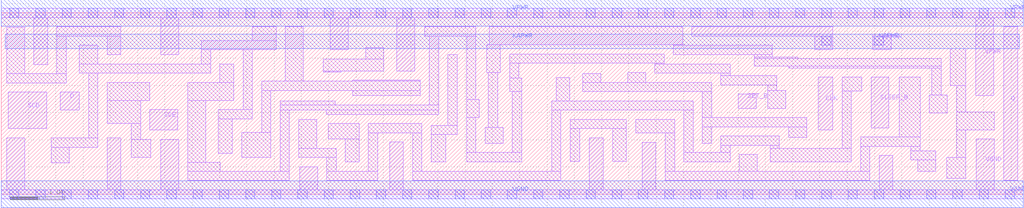
<source format=lef>
# Copyright 2020 The SkyWater PDK Authors
#
# Licensed under the Apache License, Version 2.0 (the "License");
# you may not use this file except in compliance with the License.
# You may obtain a copy of the License at
#
#     https://www.apache.org/licenses/LICENSE-2.0
#
# Unless required by applicable law or agreed to in writing, software
# distributed under the License is distributed on an "AS IS" BASIS,
# WITHOUT WARRANTIES OR CONDITIONS OF ANY KIND, either express or implied.
# See the License for the specific language governing permissions and
# limitations under the License.
#
# SPDX-License-Identifier: Apache-2.0

VERSION 5.7 ;
  NAMESCASESENSITIVE ON ;
  NOWIREEXTENSIONATPIN ON ;
  DIVIDERCHAR "/" ;
  BUSBITCHARS "[]" ;
UNITS
  DATABASE MICRONS 200 ;
END UNITS
MACRO sky130_fd_sc_lp__srsdfstp_1
  CLASS CORE ;
  SOURCE USER ;
  FOREIGN sky130_fd_sc_lp__srsdfstp_1 ;
  ORIGIN  0.000000  0.000000 ;
  SIZE  18.72000 BY  3.330000 ;
  SYMMETRY X Y R90 ;
  SITE unit ;
  PIN D
    ANTENNAGATEAREA  0.159000 ;
    DIRECTION INPUT ;
    USE SIGNAL ;
    PORT
      LAYER li1 ;
        RECT 1.085000 1.545000 1.430000 1.875000 ;
    END
  END D
  PIN Q
    ANTENNADIFFAREA  0.573300 ;
    DIRECTION OUTPUT ;
    USE SIGNAL ;
    PORT
      LAYER li1 ;
        RECT 18.365000 0.255000 18.620000 3.075000 ;
    END
  END Q
  PIN SCD
    ANTENNAGATEAREA  0.159000 ;
    DIRECTION INPUT ;
    USE SIGNAL ;
    PORT
      LAYER li1 ;
        RECT 0.125000 1.205000 0.835000 1.875000 ;
    END
  END SCD
  PIN SCE
    ANTENNAGATEAREA  0.318000 ;
    DIRECTION INPUT ;
    USE SIGNAL ;
    PORT
      LAYER li1 ;
        RECT 2.725000 1.180000 3.235000 1.555000 ;
    END
  END SCE
  PIN SET_B
    ANTENNAGATEAREA  0.439000 ;
    DIRECTION INPUT ;
    USE SIGNAL ;
    PORT
      LAYER li1 ;
        RECT 13.500000 1.580000 13.830000 1.840000 ;
    END
  END SET_B
  PIN SLEEP_B
    ANTENNAGATEAREA  0.598000 ;
    DIRECTION INPUT ;
    USE SIGNAL ;
    PORT
      LAYER li1 ;
        RECT 15.935000 1.220000 16.260000 2.150000 ;
    END
  END SLEEP_B
  PIN CLK
    ANTENNAGATEAREA  0.159000 ;
    DIRECTION INPUT ;
    USE CLOCK ;
    PORT
      LAYER li1 ;
        RECT 14.965000 1.180000 15.235000 2.150000 ;
    END
  END CLK
  PIN KAPWR
    DIRECTION INOUT ;
    USE POWER ;
    PORT
      LAYER li1 ;
        RECT 12.655000 2.905000 15.235000 3.075000 ;
        RECT 14.905000 2.660000 15.235000 2.905000 ;
        RECT 15.965000 2.660000 16.305000 2.940000 ;
      LAYER mcon ;
        RECT 15.035000 2.735000 15.205000 2.905000 ;
        RECT 15.995000 2.735000 16.165000 2.905000 ;
      LAYER met1 ;
        RECT 0.070000 2.675000 18.650000 2.945000 ;
    END
  END KAPWR
  PIN VGND
    DIRECTION INOUT ;
    USE GROUND ;
    PORT
      LAYER li1 ;
        RECT  0.000000 -0.085000 18.720000 0.085000 ;
        RECT  0.100000  0.085000  0.430000 1.035000 ;
        RECT  1.940000  0.085000  2.190000 1.035000 ;
        RECT  2.920000  0.085000  3.250000 1.010000 ;
        RECT  5.465000  0.085000  5.795000 0.505000 ;
        RECT  7.115000  0.085000  7.365000 0.960000 ;
        RECT 10.775000  0.085000 11.025000 1.035000 ;
        RECT 11.745000  0.085000 11.995000 0.955000 ;
        RECT 16.085000  0.085000 16.335000 0.710000 ;
        RECT 17.860000  0.085000 18.190000 1.015000 ;
      LAYER mcon ;
        RECT  0.155000 -0.085000  0.325000 0.085000 ;
        RECT  0.635000 -0.085000  0.805000 0.085000 ;
        RECT  1.115000 -0.085000  1.285000 0.085000 ;
        RECT  1.595000 -0.085000  1.765000 0.085000 ;
        RECT  2.075000 -0.085000  2.245000 0.085000 ;
        RECT  2.555000 -0.085000  2.725000 0.085000 ;
        RECT  3.035000 -0.085000  3.205000 0.085000 ;
        RECT  3.515000 -0.085000  3.685000 0.085000 ;
        RECT  3.995000 -0.085000  4.165000 0.085000 ;
        RECT  4.475000 -0.085000  4.645000 0.085000 ;
        RECT  4.955000 -0.085000  5.125000 0.085000 ;
        RECT  5.435000 -0.085000  5.605000 0.085000 ;
        RECT  5.915000 -0.085000  6.085000 0.085000 ;
        RECT  6.395000 -0.085000  6.565000 0.085000 ;
        RECT  6.875000 -0.085000  7.045000 0.085000 ;
        RECT  7.355000 -0.085000  7.525000 0.085000 ;
        RECT  7.835000 -0.085000  8.005000 0.085000 ;
        RECT  8.315000 -0.085000  8.485000 0.085000 ;
        RECT  8.795000 -0.085000  8.965000 0.085000 ;
        RECT  9.275000 -0.085000  9.445000 0.085000 ;
        RECT  9.755000 -0.085000  9.925000 0.085000 ;
        RECT 10.235000 -0.085000 10.405000 0.085000 ;
        RECT 10.715000 -0.085000 10.885000 0.085000 ;
        RECT 11.195000 -0.085000 11.365000 0.085000 ;
        RECT 11.675000 -0.085000 11.845000 0.085000 ;
        RECT 12.155000 -0.085000 12.325000 0.085000 ;
        RECT 12.635000 -0.085000 12.805000 0.085000 ;
        RECT 13.115000 -0.085000 13.285000 0.085000 ;
        RECT 13.595000 -0.085000 13.765000 0.085000 ;
        RECT 14.075000 -0.085000 14.245000 0.085000 ;
        RECT 14.555000 -0.085000 14.725000 0.085000 ;
        RECT 15.035000 -0.085000 15.205000 0.085000 ;
        RECT 15.515000 -0.085000 15.685000 0.085000 ;
        RECT 15.995000 -0.085000 16.165000 0.085000 ;
        RECT 16.475000 -0.085000 16.645000 0.085000 ;
        RECT 16.955000 -0.085000 17.125000 0.085000 ;
        RECT 17.435000 -0.085000 17.605000 0.085000 ;
        RECT 17.915000 -0.085000 18.085000 0.085000 ;
        RECT 18.395000 -0.085000 18.565000 0.085000 ;
      LAYER met1 ;
        RECT 0.000000 -0.245000 18.720000 0.245000 ;
    END
  END VGND
  PIN VPWR
    DIRECTION INOUT ;
    USE POWER ;
    PORT
      LAYER li1 ;
        RECT  0.000000 3.245000 18.720000 3.415000 ;
        RECT  0.600000 2.385000  0.850000 3.245000 ;
        RECT  2.920000 2.565000  3.250000 3.245000 ;
        RECT  6.025000 2.655000  6.355000 3.245000 ;
        RECT  7.250000 2.265000  7.580000 3.245000 ;
        RECT 17.855000 1.815000 18.185000 3.245000 ;
      LAYER mcon ;
        RECT  0.155000 3.245000  0.325000 3.415000 ;
        RECT  0.635000 3.245000  0.805000 3.415000 ;
        RECT  1.115000 3.245000  1.285000 3.415000 ;
        RECT  1.595000 3.245000  1.765000 3.415000 ;
        RECT  2.075000 3.245000  2.245000 3.415000 ;
        RECT  2.555000 3.245000  2.725000 3.415000 ;
        RECT  3.035000 3.245000  3.205000 3.415000 ;
        RECT  3.515000 3.245000  3.685000 3.415000 ;
        RECT  3.995000 3.245000  4.165000 3.415000 ;
        RECT  4.475000 3.245000  4.645000 3.415000 ;
        RECT  4.955000 3.245000  5.125000 3.415000 ;
        RECT  5.435000 3.245000  5.605000 3.415000 ;
        RECT  5.915000 3.245000  6.085000 3.415000 ;
        RECT  6.395000 3.245000  6.565000 3.415000 ;
        RECT  6.875000 3.245000  7.045000 3.415000 ;
        RECT  7.355000 3.245000  7.525000 3.415000 ;
        RECT  7.835000 3.245000  8.005000 3.415000 ;
        RECT  8.315000 3.245000  8.485000 3.415000 ;
        RECT  8.795000 3.245000  8.965000 3.415000 ;
        RECT  9.275000 3.245000  9.445000 3.415000 ;
        RECT  9.755000 3.245000  9.925000 3.415000 ;
        RECT 10.235000 3.245000 10.405000 3.415000 ;
        RECT 10.715000 3.245000 10.885000 3.415000 ;
        RECT 11.195000 3.245000 11.365000 3.415000 ;
        RECT 11.675000 3.245000 11.845000 3.415000 ;
        RECT 12.155000 3.245000 12.325000 3.415000 ;
        RECT 12.635000 3.245000 12.805000 3.415000 ;
        RECT 13.115000 3.245000 13.285000 3.415000 ;
        RECT 13.595000 3.245000 13.765000 3.415000 ;
        RECT 14.075000 3.245000 14.245000 3.415000 ;
        RECT 14.555000 3.245000 14.725000 3.415000 ;
        RECT 15.035000 3.245000 15.205000 3.415000 ;
        RECT 15.515000 3.245000 15.685000 3.415000 ;
        RECT 15.995000 3.245000 16.165000 3.415000 ;
        RECT 16.475000 3.245000 16.645000 3.415000 ;
        RECT 16.955000 3.245000 17.125000 3.415000 ;
        RECT 17.435000 3.245000 17.605000 3.415000 ;
        RECT 17.915000 3.245000 18.085000 3.415000 ;
        RECT 18.395000 3.245000 18.565000 3.415000 ;
      LAYER met1 ;
        RECT 0.000000 3.085000 18.720000 3.575000 ;
    END
  END VPWR
  OBS
    LAYER li1 ;
      RECT  0.100000 2.045000  1.190000 2.215000 ;
      RECT  0.100000 2.215000  0.430000 3.065000 ;
      RECT  0.920000 0.575000  1.250000 0.865000 ;
      RECT  0.920000 0.865000  1.770000 1.035000 ;
      RECT  1.020000 2.215000  1.190000 2.905000 ;
      RECT  1.020000 2.905000  2.190000 3.075000 ;
      RECT  1.430000 2.225000  3.835000 2.395000 ;
      RECT  1.430000 2.395000  1.770000 2.735000 ;
      RECT  1.600000 1.035000  1.770000 2.225000 ;
      RECT  1.940000 1.305000  2.555000 1.725000 ;
      RECT  1.940000 1.725000  2.720000 2.055000 ;
      RECT  1.940000 2.565000  2.190000 2.905000 ;
      RECT  2.385000 0.675000  2.740000 1.010000 ;
      RECT  2.385000 1.010000  2.555000 1.305000 ;
      RECT  3.420000 0.255000  5.280000 0.425000 ;
      RECT  3.420000 0.425000  4.015000 0.585000 ;
      RECT  3.420000 0.585000  3.750000 1.725000 ;
      RECT  3.420000 1.725000  4.260000 2.055000 ;
      RECT  3.665000 2.395000  3.835000 2.655000 ;
      RECT  3.665000 2.655000  5.035000 2.825000 ;
      RECT  3.980000 0.755000  4.230000 1.385000 ;
      RECT  3.980000 1.385000  4.600000 1.555000 ;
      RECT  4.005000 2.055000  4.260000 2.395000 ;
      RECT  4.410000 0.675000  4.940000 1.135000 ;
      RECT  4.430000 1.555000  4.600000 2.655000 ;
      RECT  4.600000 2.825000  5.035000 3.075000 ;
      RECT  4.770000 1.135000  4.940000 1.905000 ;
      RECT  4.770000 1.905000  7.675000 2.075000 ;
      RECT  5.110000 0.425000  5.280000 1.545000 ;
      RECT  5.110000 1.545000  8.015000 1.640000 ;
      RECT  5.110000 1.640000  6.120000 1.715000 ;
      RECT  5.205000 2.075000  5.535000 3.075000 ;
      RECT  5.450000 0.675000  6.135000 0.845000 ;
      RECT  5.450000 0.845000  5.780000 1.375000 ;
      RECT  5.900000 2.245000  6.230000 2.265000 ;
      RECT  5.900000 2.265000  7.010000 2.485000 ;
      RECT  5.950000 1.470000  8.015000 1.545000 ;
      RECT  5.965000 0.255000  6.895000 0.425000 ;
      RECT  5.965000 0.425000  6.135000 0.675000 ;
      RECT  5.990000 1.015000  6.555000 1.300000 ;
      RECT  6.305000 0.595000  6.555000 1.015000 ;
      RECT  6.440000 1.810000  7.675000 1.905000 ;
      RECT  6.440000 2.075000  7.675000 2.095000 ;
      RECT  6.680000 2.485000  7.010000 2.695000 ;
      RECT  6.725000 0.425000  6.895000 1.130000 ;
      RECT  6.725000 1.130000  7.705000 1.300000 ;
      RECT  7.535000 0.255000 10.255000 0.425000 ;
      RECT  7.535000 0.425000  7.705000 1.130000 ;
      RECT  7.755000 2.905000  8.695000 3.075000 ;
      RECT  7.845000 1.640000  8.015000 2.905000 ;
      RECT  7.875000 0.595000  8.145000 1.095000 ;
      RECT  7.875000 1.095000  8.355000 1.265000 ;
      RECT  8.185000 1.265000  8.355000 2.565000 ;
      RECT  8.525000 0.595000  9.535000 0.765000 ;
      RECT  8.525000 0.765000  8.695000 1.410000 ;
      RECT  8.525000 1.410000  8.755000 1.740000 ;
      RECT  8.525000 1.740000  8.695000 2.905000 ;
      RECT  8.865000 0.935000  9.195000 1.225000 ;
      RECT  8.895000 2.235000  9.145000 2.745000 ;
      RECT  8.925000 1.225000  9.095000 2.235000 ;
      RECT  8.940000 2.745000 12.485000 3.075000 ;
      RECT  9.315000 1.885000  9.535000 2.135000 ;
      RECT  9.315000 2.135000  9.485000 2.405000 ;
      RECT  9.315000 2.405000 12.145000 2.575000 ;
      RECT  9.365000 0.765000  9.535000 1.885000 ;
      RECT 10.085000 0.425000 10.255000 1.545000 ;
      RECT 10.085000 1.545000 12.675000 1.715000 ;
      RECT 10.165000 1.715000 10.415000 2.145000 ;
      RECT 10.425000 0.605000 10.595000 1.205000 ;
      RECT 10.425000 1.205000 11.455000 1.375000 ;
      RECT 10.655000 1.885000 13.015000 2.055000 ;
      RECT 10.655000 2.055000 10.985000 2.215000 ;
      RECT 11.205000 0.605000 11.455000 1.205000 ;
      RECT 11.475000 2.055000 11.805000 2.235000 ;
      RECT 11.625000 1.125000 12.335000 1.375000 ;
      RECT 11.975000 2.225000 13.355000 2.395000 ;
      RECT 11.975000 2.395000 12.145000 2.405000 ;
      RECT 12.165000 0.255000 15.915000 0.425000 ;
      RECT 12.165000 0.425000 12.335000 1.125000 ;
      RECT 12.315000 2.565000 14.130000 2.735000 ;
      RECT 12.315000 2.735000 12.485000 2.745000 ;
      RECT 12.505000 0.595000 13.355000 0.765000 ;
      RECT 12.505000 0.765000 12.675000 1.545000 ;
      RECT 12.845000 0.935000 13.015000 1.240000 ;
      RECT 12.845000 1.240000 14.755000 1.410000 ;
      RECT 12.845000 1.410000 13.015000 1.885000 ;
      RECT 13.185000 0.765000 13.355000 0.900000 ;
      RECT 13.185000 0.900000 14.255000 1.070000 ;
      RECT 13.185000 2.010000 14.210000 2.180000 ;
      RECT 13.185000 2.180000 13.355000 2.225000 ;
      RECT 13.525000 0.425000 13.855000 0.730000 ;
      RECT 13.800000 2.350000 17.220000 2.490000 ;
      RECT 13.800000 2.490000 14.595000 2.520000 ;
      RECT 13.800000 2.520000 14.130000 2.565000 ;
      RECT 14.040000 1.580000 14.370000 1.910000 ;
      RECT 14.040000 1.910000 14.210000 2.010000 ;
      RECT 14.085000 0.595000 15.575000 0.845000 ;
      RECT 14.085000 0.845000 14.255000 0.900000 ;
      RECT 14.425000 1.040000 14.755000 1.240000 ;
      RECT 14.425000 2.320000 17.220000 2.350000 ;
      RECT 15.405000 0.845000 15.575000 1.900000 ;
      RECT 15.405000 1.900000 15.765000 2.150000 ;
      RECT 15.745000 0.425000 15.915000 0.880000 ;
      RECT 15.745000 0.880000 16.835000 1.050000 ;
      RECT 16.455000 1.050000 16.835000 2.150000 ;
      RECT 16.665000 0.630000 17.125000 0.800000 ;
      RECT 16.665000 0.800000 16.835000 0.880000 ;
      RECT 16.795000 0.420000 17.125000 0.630000 ;
      RECT 17.005000 1.495000 17.335000 1.825000 ;
      RECT 17.050000 1.825000 17.220000 2.320000 ;
      RECT 17.325000 0.295000 17.675000 0.675000 ;
      RECT 17.390000 1.995000 17.675000 2.675000 ;
      RECT 17.505000 0.675000 17.675000 1.185000 ;
      RECT 17.505000 1.185000 18.195000 1.515000 ;
      RECT 17.505000 1.515000 17.675000 1.995000 ;
  END
END sky130_fd_sc_lp__srsdfstp_1

</source>
